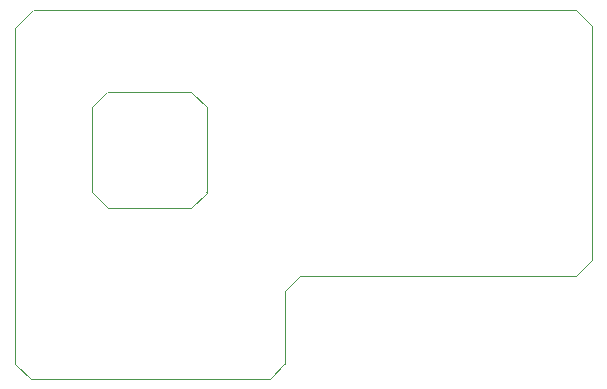
<source format=gm1>
G04 #@! TF.FileFunction,Profile,NP*
%FSLAX46Y46*%
G04 Gerber Fmt 4.6, Leading zero omitted, Abs format (unit mm)*
G04 Created by KiCad (PCBNEW 4.0.7) date 08/06/20 13:21:24*
%MOMM*%
%LPD*%
G01*
G04 APERTURE LIST*
%ADD10C,0.100000*%
G04 APERTURE END LIST*
D10*
X110650000Y-128175000D02*
X130875000Y-128175000D01*
X158175000Y-98250000D02*
X158175000Y-98275000D01*
X156850000Y-96925000D02*
X158175000Y-98250000D01*
X110900000Y-96925000D02*
X156850000Y-96925000D01*
X109332000Y-126860000D02*
X109332000Y-98475000D01*
X132200000Y-120725000D02*
X132200000Y-126853000D01*
X133496000Y-119442000D02*
X132201000Y-120737000D01*
X158176000Y-118118000D02*
X156842000Y-119452000D01*
X158176000Y-98247000D02*
X158176000Y-118118000D01*
X109354000Y-98465000D02*
X110893000Y-96926000D01*
X133500000Y-119452000D02*
X156827000Y-119452000D01*
X117180000Y-113675000D02*
X117180000Y-113645000D01*
X124244000Y-113675000D02*
X117180000Y-113675000D01*
X125555000Y-112365000D02*
X125532000Y-112365000D01*
X125555000Y-105156000D02*
X125555000Y-112365000D01*
X115854000Y-112359000D02*
X115854000Y-105151000D01*
X117165000Y-103823000D02*
X124236000Y-103823000D01*
X109333000Y-126851000D02*
X110643000Y-128161000D01*
X115860000Y-112359000D02*
X117170000Y-113669000D01*
X124252000Y-103845000D02*
X125562000Y-105155000D01*
X132198000Y-126850000D02*
X130903000Y-128145000D01*
X125545000Y-112379000D02*
X124250000Y-113674000D01*
X117158000Y-103830000D02*
X115863000Y-105125000D01*
M02*

</source>
